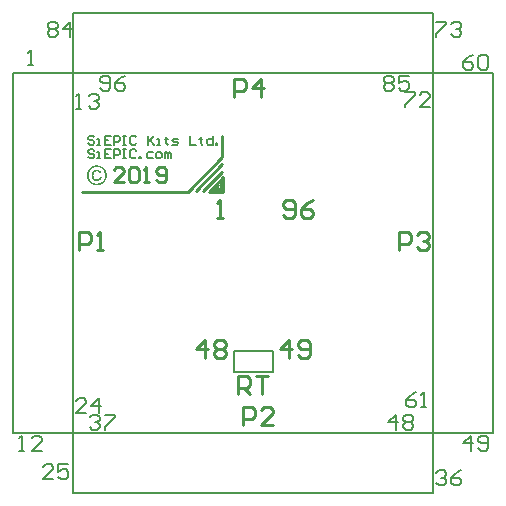
<source format=gto>
G04*
G04 #@! TF.GenerationSoftware,Altium Limited,Altium Designer,19.1.5 (86)*
G04*
G04 Layer_Color=65535*
%FSLAX25Y25*%
%MOIN*%
G70*
G01*
G75*
%ADD10C,0.00500*%
%ADD11C,0.01000*%
%ADD12C,0.00787*%
%ADD13C,0.00600*%
%ADD14C,0.00800*%
G36*
X28020Y109142D02*
X28095D01*
X28188Y109132D01*
X28291Y109114D01*
X28403Y109095D01*
X28646Y109048D01*
X28925Y108964D01*
X29215Y108862D01*
X29364Y108787D01*
X29513Y108712D01*
X29523Y108703D01*
X29550Y108694D01*
X29588Y108666D01*
X29644Y108638D01*
X29709Y108591D01*
X29793Y108535D01*
X29877Y108470D01*
X29970Y108395D01*
X30073Y108311D01*
X30176Y108227D01*
X30381Y108013D01*
X30577Y107761D01*
X30764Y107481D01*
X30773Y107472D01*
X30782Y107444D01*
X30801Y107406D01*
X30838Y107341D01*
X30866Y107266D01*
X30903Y107182D01*
X30950Y107089D01*
X30987Y106977D01*
X31034Y106856D01*
X31071Y106725D01*
X31146Y106445D01*
X31193Y106137D01*
X31202Y105979D01*
X31211Y105820D01*
Y105811D01*
Y105783D01*
Y105736D01*
X31202Y105671D01*
Y105596D01*
X31193Y105503D01*
X31174Y105400D01*
X31155Y105288D01*
X31099Y105036D01*
X31025Y104766D01*
X30913Y104467D01*
X30838Y104318D01*
X30764Y104169D01*
X30754Y104159D01*
X30745Y104131D01*
X30717Y104094D01*
X30680Y104038D01*
X30642Y103973D01*
X30586Y103898D01*
X30521Y103814D01*
X30446Y103721D01*
X30269Y103516D01*
X30064Y103310D01*
X29812Y103114D01*
X29532Y102937D01*
X29523D01*
X29495Y102919D01*
X29457Y102900D01*
X29392Y102872D01*
X29327Y102835D01*
X29243Y102797D01*
X29140Y102760D01*
X29028Y102723D01*
X28916Y102676D01*
X28785Y102639D01*
X28506Y102564D01*
X28198Y102517D01*
X28039Y102508D01*
X27880Y102499D01*
X27797D01*
X27731Y102508D01*
X27657D01*
X27563Y102527D01*
X27461Y102536D01*
X27349Y102555D01*
X27097Y102611D01*
X26826Y102685D01*
X26528Y102797D01*
X26378Y102863D01*
X26229Y102937D01*
X26220Y102947D01*
X26192Y102956D01*
X26154Y102984D01*
X26098Y103021D01*
X26033Y103068D01*
X25958Y103114D01*
X25875Y103180D01*
X25781Y103254D01*
X25576Y103432D01*
X25371Y103646D01*
X25175Y103889D01*
X24997Y104169D01*
Y104178D01*
X24979Y104206D01*
X24960Y104244D01*
X24932Y104309D01*
X24895Y104383D01*
X24858Y104467D01*
X24820Y104561D01*
X24783Y104673D01*
X24736Y104794D01*
X24699Y104924D01*
X24624Y105204D01*
X24578Y105503D01*
X24568Y105662D01*
X24559Y105820D01*
Y105830D01*
Y105858D01*
Y105904D01*
X24568Y105970D01*
Y106044D01*
X24587Y106137D01*
X24596Y106240D01*
X24615Y106352D01*
X24671Y106604D01*
X24746Y106884D01*
X24858Y107182D01*
X24923Y107332D01*
X24997Y107481D01*
X25007Y107490D01*
X25016Y107518D01*
X25044Y107556D01*
X25082Y107612D01*
X25128Y107677D01*
X25184Y107761D01*
X25249Y107845D01*
X25324Y107938D01*
X25501Y108134D01*
X25707Y108339D01*
X25958Y108535D01*
X26238Y108712D01*
X26248Y108722D01*
X26276Y108731D01*
X26322Y108750D01*
X26378Y108778D01*
X26453Y108815D01*
X26537Y108853D01*
X26640Y108890D01*
X26742Y108936D01*
X26864Y108974D01*
X26994Y109011D01*
X27274Y109086D01*
X27573Y109132D01*
X27722Y109151D01*
X27964D01*
X28020Y109142D01*
D02*
G37*
%LPC*%
G36*
X27880Y108601D02*
X27815D01*
X27759Y108591D01*
X27694D01*
X27629Y108582D01*
X27545Y108573D01*
X27451Y108554D01*
X27237Y108517D01*
X27013Y108451D01*
X26770Y108358D01*
X26518Y108237D01*
X26509D01*
X26490Y108218D01*
X26453Y108199D01*
X26406Y108171D01*
X26350Y108134D01*
X26285Y108087D01*
X26145Y107975D01*
X25977Y107826D01*
X25800Y107649D01*
X25632Y107434D01*
X25483Y107201D01*
Y107192D01*
X25464Y107173D01*
X25445Y107136D01*
X25427Y107089D01*
X25399Y107024D01*
X25361Y106958D01*
X25333Y106875D01*
X25296Y106781D01*
X25231Y106576D01*
X25166Y106343D01*
X25128Y106081D01*
X25109Y105820D01*
Y105811D01*
Y105792D01*
Y105746D01*
X25119Y105699D01*
Y105634D01*
X25128Y105559D01*
X25137Y105475D01*
X25156Y105382D01*
X25203Y105167D01*
X25259Y104934D01*
X25352Y104691D01*
X25473Y104439D01*
Y104430D01*
X25492Y104411D01*
X25511Y104374D01*
X25539Y104327D01*
X25576Y104271D01*
X25623Y104216D01*
X25735Y104066D01*
X25884Y103898D01*
X26061Y103730D01*
X26266Y103562D01*
X26500Y103413D01*
X26509D01*
X26528Y103394D01*
X26565Y103376D01*
X26612Y103357D01*
X26677Y103329D01*
X26752Y103301D01*
X26826Y103264D01*
X26919Y103236D01*
X27125Y103161D01*
X27358Y103105D01*
X27619Y103068D01*
X27880Y103049D01*
X27955D01*
X28002Y103059D01*
X28067D01*
X28142Y103068D01*
X28226Y103077D01*
X28319Y103096D01*
X28534Y103142D01*
X28767Y103199D01*
X29009Y103292D01*
X29261Y103413D01*
X29271D01*
X29289Y103432D01*
X29327Y103450D01*
X29373Y103478D01*
X29429Y103516D01*
X29495Y103562D01*
X29634Y103674D01*
X29803Y103824D01*
X29970Y104001D01*
X30138Y104206D01*
X30288Y104439D01*
Y104449D01*
X30306Y104467D01*
X30325Y104505D01*
X30344Y104551D01*
X30372Y104617D01*
X30409Y104691D01*
X30437Y104766D01*
X30474Y104859D01*
X30540Y105064D01*
X30605Y105298D01*
X30642Y105559D01*
X30661Y105820D01*
Y105830D01*
Y105848D01*
Y105895D01*
X30652Y105941D01*
Y106007D01*
X30642Y106081D01*
X30633Y106165D01*
X30614Y106259D01*
X30567Y106473D01*
X30502Y106707D01*
X30409Y106949D01*
X30288Y107201D01*
Y107210D01*
X30269Y107229D01*
X30250Y107266D01*
X30222Y107313D01*
X30185Y107369D01*
X30138Y107434D01*
X30017Y107584D01*
X29868Y107752D01*
X29691Y107920D01*
X29485Y108087D01*
X29243Y108237D01*
X29233D01*
X29215Y108255D01*
X29177Y108274D01*
X29131Y108293D01*
X29065Y108321D01*
X29000Y108349D01*
X28916Y108386D01*
X28823Y108423D01*
X28618Y108489D01*
X28384Y108545D01*
X28142Y108582D01*
X27880Y108601D01*
D02*
G37*
%LPD*%
G36*
X28123Y107677D02*
X28263Y107658D01*
X28412Y107621D01*
X28571Y107574D01*
X28739Y107500D01*
X28888Y107406D01*
X28907Y107397D01*
X28953Y107360D01*
X29019Y107294D01*
X29103Y107210D01*
X29196Y107098D01*
X29280Y106968D01*
X29364Y106818D01*
X29429Y106651D01*
X28907Y106511D01*
X28897Y106529D01*
X28879Y106567D01*
X28851Y106623D01*
X28804Y106697D01*
X28748Y106781D01*
X28683Y106865D01*
X28599Y106940D01*
X28506Y107015D01*
X28496Y107024D01*
X28459Y107043D01*
X28412Y107070D01*
X28338Y107108D01*
X28254Y107145D01*
X28151Y107173D01*
X28030Y107192D01*
X27909Y107201D01*
X27862D01*
X27825Y107192D01*
X27731Y107182D01*
X27610Y107154D01*
X27479Y107117D01*
X27339Y107052D01*
X27199Y106958D01*
X27069Y106837D01*
X27059Y106818D01*
X27022Y106772D01*
X26966Y106688D01*
X26910Y106567D01*
X26845Y106427D01*
X26798Y106240D01*
X26761Y106035D01*
X26742Y105792D01*
Y105783D01*
Y105764D01*
Y105727D01*
X26752Y105680D01*
Y105624D01*
X26761Y105559D01*
X26779Y105410D01*
X26817Y105251D01*
X26873Y105083D01*
X26948Y104915D01*
X27050Y104775D01*
X27069Y104757D01*
X27106Y104719D01*
X27171Y104663D01*
X27265Y104607D01*
X27386Y104542D01*
X27517Y104486D01*
X27675Y104449D01*
X27852Y104430D01*
X27918D01*
X27992Y104439D01*
X28095Y104458D01*
X28198Y104486D01*
X28319Y104523D01*
X28440Y104579D01*
X28552Y104654D01*
X28562Y104663D01*
X28599Y104701D01*
X28655Y104747D01*
X28711Y104822D01*
X28785Y104906D01*
X28851Y105018D01*
X28907Y105139D01*
X28953Y105279D01*
X29495Y105121D01*
Y105111D01*
X29485Y105093D01*
X29476Y105064D01*
X29467Y105027D01*
X29429Y104934D01*
X29373Y104803D01*
X29299Y104663D01*
X29196Y104514D01*
X29075Y104374D01*
X28925Y104244D01*
X28916D01*
X28907Y104234D01*
X28851Y104197D01*
X28758Y104141D01*
X28636Y104085D01*
X28487Y104019D01*
X28310Y103973D01*
X28104Y103936D01*
X27890Y103917D01*
X27815D01*
X27759Y103926D01*
X27694Y103936D01*
X27619Y103945D01*
X27442Y103982D01*
X27237Y104038D01*
X27022Y104122D01*
X26919Y104178D01*
X26817Y104253D01*
X26714Y104327D01*
X26621Y104411D01*
X26612Y104421D01*
X26602Y104439D01*
X26574Y104467D01*
X26546Y104505D01*
X26509Y104551D01*
X26472Y104617D01*
X26425Y104691D01*
X26388Y104775D01*
X26341Y104869D01*
X26294Y104971D01*
X26257Y105093D01*
X26220Y105214D01*
X26192Y105354D01*
X26164Y105494D01*
X26154Y105652D01*
X26145Y105811D01*
Y105820D01*
Y105839D01*
Y105867D01*
Y105904D01*
X26154Y106016D01*
X26173Y106156D01*
X26201Y106315D01*
X26238Y106483D01*
X26285Y106651D01*
X26360Y106818D01*
Y106828D01*
X26369Y106837D01*
X26397Y106893D01*
X26453Y106968D01*
X26518Y107061D01*
X26612Y107173D01*
X26714Y107276D01*
X26845Y107378D01*
X26985Y107472D01*
X26994D01*
X27003Y107481D01*
X27059Y107509D01*
X27143Y107546D01*
X27255Y107584D01*
X27395Y107621D01*
X27554Y107658D01*
X27731Y107686D01*
X27918Y107696D01*
X28020D01*
X28123Y107677D01*
D02*
G37*
D10*
X73500Y40100D02*
X86500D01*
Y47100D01*
X73500D02*
X86500D01*
X73500Y40100D02*
Y47100D01*
D11*
X69559Y111827D02*
Y119083D01*
X22791Y100409D02*
X58142D01*
X67689Y101000D02*
X68378Y101689D01*
X67000Y101295D02*
X68378Y102673D01*
X67000Y101000D02*
Y101295D01*
Y101000D02*
X69067D01*
X69165Y101098D02*
Y104346D01*
X69953Y100508D02*
Y105134D01*
X65228Y100409D02*
X69854D01*
X65228D02*
X69953Y105134D01*
X63161Y100508D02*
X69657Y107004D01*
X60799Y100705D02*
X69657Y109563D01*
X58142Y100409D02*
X69559Y111827D01*
X75000Y33000D02*
Y38998D01*
X77999D01*
X78999Y37998D01*
Y35999D01*
X77999Y34999D01*
X75000D01*
X76999D02*
X78999Y33000D01*
X80998Y38998D02*
X84997D01*
X82997D01*
Y33000D01*
X90000Y92500D02*
X91000Y91500D01*
X92999D01*
X93999Y92500D01*
Y96498D01*
X92999Y97498D01*
X91000D01*
X90000Y96498D01*
Y95499D01*
X91000Y94499D01*
X93999D01*
X99997Y97498D02*
X97997Y96498D01*
X95998Y94499D01*
Y92500D01*
X96998Y91500D01*
X98997D01*
X99997Y92500D01*
Y93499D01*
X98997Y94499D01*
X95998D01*
X91999Y45000D02*
Y50998D01*
X89000Y47999D01*
X92999D01*
X94998Y46000D02*
X95998Y45000D01*
X97997D01*
X98997Y46000D01*
Y49998D01*
X97997Y50998D01*
X95998D01*
X94998Y49998D01*
Y48999D01*
X95998Y47999D01*
X98997D01*
X63999Y45000D02*
Y50998D01*
X61000Y47999D01*
X64999D01*
X66998Y49998D02*
X67998Y50998D01*
X69997D01*
X70997Y49998D01*
Y48999D01*
X69997Y47999D01*
X70997Y46999D01*
Y46000D01*
X69997Y45000D01*
X67998D01*
X66998Y46000D01*
Y46999D01*
X67998Y47999D01*
X66998Y48999D01*
Y49998D01*
X67998Y47999D02*
X69997D01*
X68000Y91500D02*
X69999D01*
X69000D01*
Y97498D01*
X68000Y96498D01*
X36891Y103583D02*
X33559D01*
X36891Y106915D01*
Y107748D01*
X36058Y108581D01*
X34392D01*
X33559Y107748D01*
X38557D02*
X39390Y108581D01*
X41057D01*
X41890Y107748D01*
Y104416D01*
X41057Y103583D01*
X39390D01*
X38557Y104416D01*
Y107748D01*
X43556Y103583D02*
X45222D01*
X44389D01*
Y108581D01*
X43556Y107748D01*
X47721Y104416D02*
X48554Y103583D01*
X50220D01*
X51053Y104416D01*
Y107748D01*
X50220Y108581D01*
X48554D01*
X47721Y107748D01*
Y106915D01*
X48554Y106082D01*
X51053D01*
X73500Y132000D02*
Y137998D01*
X76499D01*
X77499Y136998D01*
Y134999D01*
X76499Y133999D01*
X73500D01*
X82497Y132000D02*
Y137998D01*
X79498Y134999D01*
X83497D01*
X128500Y81000D02*
Y86998D01*
X131499D01*
X132499Y85998D01*
Y83999D01*
X131499Y82999D01*
X128500D01*
X134498Y85998D02*
X135498Y86998D01*
X137497D01*
X138497Y85998D01*
Y84999D01*
X137497Y83999D01*
X136497D01*
X137497D01*
X138497Y82999D01*
Y82000D01*
X137497Y81000D01*
X135498D01*
X134498Y82000D01*
X76500Y22500D02*
Y28498D01*
X79499D01*
X80499Y27498D01*
Y25499D01*
X79499Y24499D01*
X76500D01*
X86497Y22500D02*
X82498D01*
X86497Y26499D01*
Y27498D01*
X85497Y28498D01*
X83498D01*
X82498Y27498D01*
X22000Y81000D02*
Y86998D01*
X24999D01*
X25999Y85998D01*
Y83999D01*
X24999Y82999D01*
X22000D01*
X27998Y81000D02*
X29997D01*
X28998D01*
Y86998D01*
X27998Y85998D01*
D12*
X20000Y160000D02*
X140000D01*
X20000Y140000D02*
Y160000D01*
Y140000D02*
X140000D01*
Y160000D01*
X160000Y20000D02*
Y140000D01*
X140000D02*
X160000D01*
X140000Y20000D02*
Y140000D01*
Y20000D02*
X160000D01*
X20000Y0D02*
X140000D01*
Y20000D01*
X20000D02*
X140000D01*
X20000Y0D02*
Y20000D01*
X0D02*
Y140000D01*
Y20000D02*
X20000D01*
Y140000D01*
X0D02*
X20000D01*
D13*
X27058Y114082D02*
X26559Y114582D01*
X25559D01*
X25059Y114082D01*
Y113582D01*
X25559Y113082D01*
X26559D01*
X27058Y112582D01*
Y112083D01*
X26559Y111583D01*
X25559D01*
X25059Y112083D01*
X28058Y111583D02*
X29058D01*
X28558D01*
Y113582D01*
X28058D01*
X32557Y114582D02*
X30557D01*
Y111583D01*
X32557D01*
X30557Y113082D02*
X31557D01*
X33556Y111583D02*
Y114582D01*
X35056D01*
X35556Y114082D01*
Y113082D01*
X35056Y112582D01*
X33556D01*
X36555Y114582D02*
X37555D01*
X37055D01*
Y111583D01*
X36555D01*
X37555D01*
X41054Y114082D02*
X40554Y114582D01*
X39554D01*
X39055Y114082D01*
Y112083D01*
X39554Y111583D01*
X40554D01*
X41054Y112083D01*
X42053Y111583D02*
Y112083D01*
X42553D01*
Y111583D01*
X42053D01*
X46552Y113582D02*
X45052D01*
X44553Y113082D01*
Y112083D01*
X45052Y111583D01*
X46552D01*
X48052D02*
X49051D01*
X49551Y112083D01*
Y113082D01*
X49051Y113582D01*
X48052D01*
X47552Y113082D01*
Y112083D01*
X48052Y111583D01*
X50551D02*
Y113582D01*
X51051D01*
X51550Y113082D01*
Y111583D01*
Y113082D01*
X52050Y113582D01*
X52550Y113082D01*
Y111583D01*
X27058Y118582D02*
X26559Y119082D01*
X25559D01*
X25059Y118582D01*
Y118082D01*
X25559Y117582D01*
X26559D01*
X27058Y117082D01*
Y116583D01*
X26559Y116083D01*
X25559D01*
X25059Y116583D01*
X28058Y116083D02*
X29058D01*
X28558D01*
Y118082D01*
X28058D01*
X32557Y119082D02*
X30557D01*
Y116083D01*
X32557D01*
X30557Y117582D02*
X31557D01*
X33556Y116083D02*
Y119082D01*
X35056D01*
X35556Y118582D01*
Y117582D01*
X35056Y117082D01*
X33556D01*
X36555Y119082D02*
X37555D01*
X37055D01*
Y116083D01*
X36555D01*
X37555D01*
X41054Y118582D02*
X40554Y119082D01*
X39554D01*
X39055Y118582D01*
Y116583D01*
X39554Y116083D01*
X40554D01*
X41054Y116583D01*
X45052Y119082D02*
Y116083D01*
Y117082D01*
X47052Y119082D01*
X45552Y117582D01*
X47052Y116083D01*
X48052D02*
X49051D01*
X48551D01*
Y118082D01*
X48052D01*
X51051Y118582D02*
Y118082D01*
X50551D01*
X51550D01*
X51051D01*
Y116583D01*
X51550Y116083D01*
X53050D02*
X54549D01*
X55049Y116583D01*
X54549Y117082D01*
X53550D01*
X53050Y117582D01*
X53550Y118082D01*
X55049D01*
X59048Y119082D02*
Y116083D01*
X61047D01*
X62547Y118582D02*
Y118082D01*
X62047D01*
X63047D01*
X62547D01*
Y116583D01*
X63047Y116083D01*
X66546Y119082D02*
Y116083D01*
X65046D01*
X64546Y116583D01*
Y117582D01*
X65046Y118082D01*
X66546D01*
X67545Y116083D02*
Y116583D01*
X68045D01*
Y116083D01*
X67545D01*
D14*
X141000Y156998D02*
X144332D01*
Y156165D01*
X141000Y152833D01*
Y152000D01*
X145998Y156165D02*
X146831Y156998D01*
X148498D01*
X149331Y156165D01*
Y155332D01*
X148498Y154499D01*
X147664D01*
X148498D01*
X149331Y153666D01*
Y152833D01*
X148498Y152000D01*
X146831D01*
X145998Y152833D01*
X123500Y138165D02*
X124333Y138998D01*
X125999D01*
X126832Y138165D01*
Y137332D01*
X125999Y136499D01*
X126832Y135666D01*
Y134833D01*
X125999Y134000D01*
X124333D01*
X123500Y134833D01*
Y135666D01*
X124333Y136499D01*
X123500Y137332D01*
Y138165D01*
X124333Y136499D02*
X125999D01*
X131831Y138998D02*
X128498D01*
Y136499D01*
X130165Y137332D01*
X130998D01*
X131831Y136499D01*
Y134833D01*
X130998Y134000D01*
X129331D01*
X128498Y134833D01*
X11500Y156165D02*
X12333Y156998D01*
X13999D01*
X14832Y156165D01*
Y155332D01*
X13999Y154499D01*
X14832Y153666D01*
Y152833D01*
X13999Y152000D01*
X12333D01*
X11500Y152833D01*
Y153666D01*
X12333Y154499D01*
X11500Y155332D01*
Y156165D01*
X12333Y154499D02*
X13999D01*
X18998Y152000D02*
Y156998D01*
X16498Y154499D01*
X19831D01*
X29000Y134833D02*
X29833Y134000D01*
X31499D01*
X32332Y134833D01*
Y138165D01*
X31499Y138998D01*
X29833D01*
X29000Y138165D01*
Y137332D01*
X29833Y136499D01*
X32332D01*
X37331Y138998D02*
X35664Y138165D01*
X33998Y136499D01*
Y134833D01*
X34831Y134000D01*
X36498D01*
X37331Y134833D01*
Y135666D01*
X36498Y136499D01*
X33998D01*
X152499Y14000D02*
Y18998D01*
X150000Y16499D01*
X153332D01*
X154998Y14833D02*
X155831Y14000D01*
X157498D01*
X158331Y14833D01*
Y18165D01*
X157498Y18998D01*
X155831D01*
X154998Y18165D01*
Y17332D01*
X155831Y16499D01*
X158331D01*
X134332Y33498D02*
X132666Y32665D01*
X131000Y30999D01*
Y29333D01*
X131833Y28500D01*
X133499D01*
X134332Y29333D01*
Y30166D01*
X133499Y30999D01*
X131000D01*
X135998Y28500D02*
X137664D01*
X136831D01*
Y33498D01*
X135998Y32665D01*
X153332Y145998D02*
X151666Y145165D01*
X150000Y143499D01*
Y141833D01*
X150833Y141000D01*
X152499D01*
X153332Y141833D01*
Y142666D01*
X152499Y143499D01*
X150000D01*
X154998Y145165D02*
X155831Y145998D01*
X157498D01*
X158331Y145165D01*
Y141833D01*
X157498Y141000D01*
X155831D01*
X154998Y141833D01*
Y145165D01*
X130500Y133498D02*
X133832D01*
Y132665D01*
X130500Y129333D01*
Y128500D01*
X138831D02*
X135498D01*
X138831Y131832D01*
Y132665D01*
X137998Y133498D01*
X136331D01*
X135498Y132665D01*
X13332Y4500D02*
X10000D01*
X13332Y7832D01*
Y8665D01*
X12499Y9498D01*
X10833D01*
X10000Y8665D01*
X18331Y9498D02*
X14998D01*
Y6999D01*
X16665Y7832D01*
X17498D01*
X18331Y6999D01*
Y5333D01*
X17498Y4500D01*
X15831D01*
X14998Y5333D01*
X25500Y25165D02*
X26333Y25998D01*
X27999D01*
X28832Y25165D01*
Y24332D01*
X27999Y23499D01*
X27166D01*
X27999D01*
X28832Y22666D01*
Y21833D01*
X27999Y21000D01*
X26333D01*
X25500Y21833D01*
X30498Y25998D02*
X33831D01*
Y25165D01*
X30498Y21833D01*
Y21000D01*
X141000Y6665D02*
X141833Y7498D01*
X143499D01*
X144332Y6665D01*
Y5832D01*
X143499Y4999D01*
X142666D01*
X143499D01*
X144332Y4166D01*
Y3333D01*
X143499Y2500D01*
X141833D01*
X141000Y3333D01*
X149331Y7498D02*
X147664Y6665D01*
X145998Y4999D01*
Y3333D01*
X146831Y2500D01*
X148498D01*
X149331Y3333D01*
Y4166D01*
X148498Y4999D01*
X145998D01*
X127499Y21000D02*
Y25998D01*
X125000Y23499D01*
X128332D01*
X129998Y25165D02*
X130831Y25998D01*
X132498D01*
X133331Y25165D01*
Y24332D01*
X132498Y23499D01*
X133331Y22666D01*
Y21833D01*
X132498Y21000D01*
X130831D01*
X129998Y21833D01*
Y22666D01*
X130831Y23499D01*
X129998Y24332D01*
Y25165D01*
X130831Y23499D02*
X132498D01*
X5000Y142500D02*
X6666D01*
X5833D01*
Y147498D01*
X5000Y146665D01*
X21000Y128000D02*
X22666D01*
X21833D01*
Y132998D01*
X21000Y132165D01*
X25165D02*
X25998Y132998D01*
X27665D01*
X28498Y132165D01*
Y131332D01*
X27665Y130499D01*
X26831D01*
X27665D01*
X28498Y129666D01*
Y128833D01*
X27665Y128000D01*
X25998D01*
X25165Y128833D01*
X2000Y14000D02*
X3666D01*
X2833D01*
Y18998D01*
X2000Y18165D01*
X9498Y14000D02*
X6165D01*
X9498Y17332D01*
Y18165D01*
X8664Y18998D01*
X6998D01*
X6165Y18165D01*
X24332Y26500D02*
X21000D01*
X24332Y29832D01*
Y30665D01*
X23499Y31498D01*
X21833D01*
X21000Y30665D01*
X28498Y26500D02*
Y31498D01*
X25998Y28999D01*
X29331D01*
M02*

</source>
